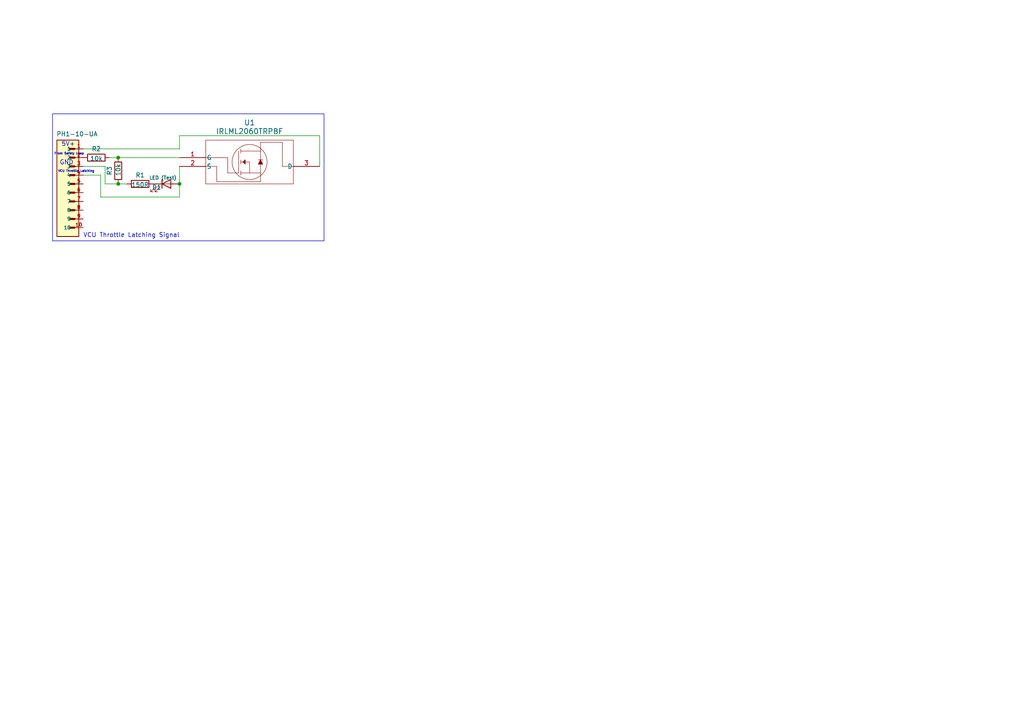
<source format=kicad_sch>
(kicad_sch (version 20231120) (generator "eeschema") (generator_version "8.0")
  (paper "A4")
  (lib_symbols
    (symbol "10 pin output:PH1-10-UA" (pin_names (offset 1.016))
      (property "Reference" "J" (at 0 28.448 0))
      (property "Value" "PH1-10-UA" (at 0 0 0))
      (symbol "PH1-10-UA_0_0"
        (polyline (pts (xy 3.81 2.54) (xy 5.08 2.54)) (stroke (width 0.6096)))
        (polyline (pts (xy 3.81 5.08) (xy 5.08 5.08)) (stroke (width 0.6096)))
        (polyline (pts (xy 3.81 7.62) (xy 5.08 7.62)) (stroke (width 0.6096)))
        (polyline (pts (xy 3.81 10.16) (xy 5.08 10.16)) (stroke (width 0.6096)))
        (polyline (pts (xy 3.81 12.7) (xy 5.08 12.7)) (stroke (width 0.6096)))
        (polyline (pts (xy 3.81 15.24) (xy 5.08 15.24)) (stroke (width 0.6096)))
        (polyline (pts (xy 3.81 17.78) (xy 5.08 17.78)) (stroke (width 0.6096)))
        (polyline (pts (xy 3.81 20.32) (xy 5.08 20.32)) (stroke (width 0.6096)))
        (polyline (pts (xy 3.81 22.86) (xy 5.08 22.86)) (stroke (width 0.6096)))
        (polyline (pts (xy 3.81 25.4) (xy 5.08 25.4)) (stroke (width 0.6096)))
        (rectangle (start 0 0) (end 6.35 27.94) (stroke (width 0.254)) (fill (type background)))
        (pin passive line (at 7.62 25.4 180) (length 2.54) (name "1") (number "1"))
        (pin passive line (at 7.62 2.54 180) (length 2.54) (name "10") (number "10"))
        (pin passive line (at 7.62 22.86 180) (length 2.54) (name "2") (number "2"))
        (pin passive line (at 7.62 20.32 180) (length 2.54) (name "3") (number "3"))
        (pin passive line (at 7.62 17.78 180) (length 2.54) (name "4") (number "4"))
        (pin passive line (at 7.62 15.24 180) (length 2.54) (name "5") (number "5"))
        (pin passive line (at 7.62 12.7 180) (length 2.54) (name "6") (number "6"))
        (pin passive line (at 7.62 10.16 180) (length 2.54) (name "7") (number "7"))
        (pin passive line (at 7.62 7.62 180) (length 2.54) (name "8") (number "8"))
        (pin passive line (at 7.62 5.08 180) (length 2.54) (name "9") (number "9"))
      )
    )
    (symbol "Device:LED" (pin_numbers hide) (pin_names (offset 1.016) hide)
      (property "Reference" "D" (at 0 2.54 0))
      (property "Value" "LED" (at 0 -2.54 0))
      (symbol "LED_0_1"
        (polyline (pts (xy -1.27 -1.27) (xy -1.27 1.27)) (stroke (width 0.254)))
        (polyline (pts (xy -1.27 0) (xy 1.27 0)))
        (polyline (pts (xy 1.27 -1.27) (xy 1.27 1.27) (xy -1.27 0) (xy 1.27 -1.27)) (stroke (width 0.254)))
        (polyline (pts (xy -3.048 -0.762) (xy -4.572 -2.286) (xy -3.81 -2.286) (xy -4.572 -2.286) (xy -4.572 -1.524)))
        (polyline (pts (xy -1.778 -0.762) (xy -3.302 -2.286) (xy -2.54 -2.286) (xy -3.302 -2.286) (xy -3.302 -1.524)))
      )
      (symbol "LED_1_1"
        (pin passive line (at -3.81 0 0) (length 2.54) (name "K") (number "1"))
        (pin passive line (at 3.81 0 180) (length 2.54) (name "A") (number "2"))
      )
    )
    (symbol "Device:R" (pin_numbers hide) (pin_names (offset 0))
      (property "Reference" "R" (at 2.032 0 90))
      (property "Value" "R" (at 0 0 90))
      (symbol "R_0_1"
        (rectangle (start -1.016 -2.54) (end 1.016 2.54) (stroke (width 0.254)))
      )
      (symbol "R_1_1"
        (pin passive line (at 0 3.81 270) (length 1.27) (name "~") (number "1"))
        (pin passive line (at 0 -3.81 90) (length 1.27) (name "~") (number "2"))
      )
    )
    (symbol "NMOS:IRLML2060TRPBF" (pin_names (offset 0.254))
      (property "Reference" "U" (at 20.32 10.16 0))
      (property "Value" "IRLML2060TRPBF" (at 20.32 7.62 0))
      (symbol "IRLML2060TRPBF_0_1"
        (polyline (pts (xy 7.62 -7.62) (xy 33.02 -7.62)) (stroke (width 0.127)))
        (polyline (pts (xy 7.62 -2.54) (xy 10.795 -2.54)) (stroke (width 0.127)))
        (polyline (pts (xy 7.62 5.08) (xy 7.62 -7.62)) (stroke (width 0.127)))
        (polyline (pts (xy 10.795 -6.985) (xy 23.495 -6.985)) (stroke (width 0.127)))
        (polyline (pts (xy 10.795 -2.54) (xy 10.795 -6.985)) (stroke (width 0.127)))
        (polyline (pts (xy 13.97 -4.445) (xy 13.97 0)) (stroke (width 0.127)))
        (polyline (pts (xy 13.97 0) (xy 7.62 0)) (stroke (width 0.127)))
        (polyline (pts (xy 17.145 -4.445) (xy 13.97 -4.445)) (stroke (width 0.127)))
        (polyline (pts (xy 17.145 1.905) (xy 17.145 -4.445)) (stroke (width 0.127)))
        (polyline (pts (xy 17.78 -5.08) (xy 17.78 -3.81)) (stroke (width 0.127)))
        (polyline (pts (xy 17.78 -4.445) (xy 23.495 -4.445)) (stroke (width 0.127)))
        (polyline (pts (xy 17.78 -1.27) (xy 20.32 -1.27)) (stroke (width 0.127)))
        (polyline (pts (xy 17.78 -0.635) (xy 17.78 -1.905)) (stroke (width 0.127)))
        (polyline (pts (xy 17.78 1.905) (xy 23.495 1.905)) (stroke (width 0.127)))
        (polyline (pts (xy 17.78 2.54) (xy 17.78 1.27)) (stroke (width 0.127)))
        (polyline (pts (xy 18.415 -1.27) (xy 19.05 -0.635)) (stroke (width 0.127)))
        (polyline (pts (xy 19.05 -1.905) (xy 18.415 -1.27)) (stroke (width 0.127)))
        (polyline (pts (xy 19.05 -0.635) (xy 19.05 -1.905)) (stroke (width 0.127)))
        (polyline (pts (xy 20.32 -4.445) (xy 20.32 -1.27)) (stroke (width 0.127)))
        (polyline (pts (xy 22.86 -1.905) (xy 23.495 -0.635)) (stroke (width 0.127)))
        (polyline (pts (xy 22.86 -1.905) (xy 24.13 -1.905)) (stroke (width 0.127)))
        (polyline (pts (xy 22.86 -0.635) (xy 24.13 -0.635)) (stroke (width 0.127)))
        (polyline (pts (xy 23.495 -6.985) (xy 23.495 4.445)) (stroke (width 0.127)))
        (polyline (pts (xy 23.495 -0.635) (xy 24.13 -1.905)) (stroke (width 0.127)))
        (polyline (pts (xy 23.495 4.445) (xy 29.845 4.445)) (stroke (width 0.127)))
        (polyline (pts (xy 29.845 -2.54) (xy 33.02 -2.54)) (stroke (width 0.127)))
        (polyline (pts (xy 29.845 4.445) (xy 29.845 -2.54)) (stroke (width 0.127)))
        (polyline (pts (xy 33.02 -7.62) (xy 33.02 5.08)) (stroke (width 0.127)))
        (polyline (pts (xy 33.02 5.08) (xy 7.62 5.08)) (stroke (width 0.127)))
        (polyline (pts (xy 18.415 -1.27) (xy 19.05 -0.635) (xy 19.05 -1.905)) (fill (type outline)))
        (polyline (pts (xy 22.86 -1.905) (xy 23.495 -0.635) (xy 24.13 -1.905)) (fill (type outline)))
        (circle (center 20.32 -1.27) (radius 5.08) (stroke (width 0.127)))
        (pin unspecified line (at 0 0 0) (length 7.62) (name "G") (number "1"))
        (pin unspecified line (at 0 -2.54 0) (length 7.62) (name "S") (number "2"))
        (pin unspecified line (at 40.64 -2.54 180) (length 7.62) (name "D") (number "3"))
      )
    )
  )
  (junction (at 34.29 45.72))
  (junction (at 52.07 53.34))
  (junction (at 34.29 53.34))
  (wire (pts (xy 52.07 43.18) (xy 52.07 39.37)))
  (wire (pts (xy 34.29 53.34) (xy 36.83 53.34)))
  (wire (pts (xy 52.07 48.26) (xy 52.07 53.34)))
  (wire (pts (xy 52.07 57.15) (xy 29.21 57.15)))
  (wire (pts (xy 31.75 45.72) (xy 34.29 45.72)))
  (wire (pts (xy 52.07 43.18) (xy 24.13 43.18)))
  (wire (pts (xy 30.48 53.34) (xy 30.48 48.26)))
  (wire (pts (xy 29.21 50.8) (xy 24.13 50.8)))
  (wire (pts (xy 29.21 57.15) (xy 29.21 50.8)))
  (wire (pts (xy 34.29 53.34) (xy 30.48 53.34)))
  (wire (pts (xy 92.71 39.37) (xy 92.71 48.26)))
  (wire (pts (xy 30.48 48.26) (xy 24.13 48.26)))
  (wire (pts (xy 52.07 39.37) (xy 92.71 39.37)))
  (wire (pts (xy 34.29 45.72) (xy 52.07 45.72)))
  (wire (pts (xy 52.07 53.34) (xy 52.07 57.15)))
  (rectangle (start 15.24 33.02) (end 93.98 69.85))
  (text "5V+\n" (at 19.812 41.91 0) (effects (font (size 1.27 1.27))))
  (text "VCU Throttle Latching\n" (at 22.098 49.784 0) (effects (font (size 0.635 0.635))))
  (text "VCU Throttle Latching Signal\n\n" (at 24.13 71.12 0) (effects (font (size 1.27 1.27)) (justify left bottom)))
  (text "From Safety Loop\n" (at 20.066 44.704 0) (effects (font (size 0.635 0.635))))
  (text "GND\n" (at 19.304 47.244 0) (effects (font (size 1.27 1.27))))
  (symbol (lib_id "Device:R") (at 27.94 45.72 90) (unit 1)
    (property "Reference" "R2" (at 27.94 43.18 90))
    (property "Value" "10k" (at 27.94 45.974 90))
    (property "Footprint" "CF14JT10K0:STA_CF14_STP" (effects (hide yes)))
  )
  (symbol (lib_id "Device:LED") (at 48.26 53.34 0) (unit 1)
    (property "Reference" "D1" (at 45.466 54.356 0))
    (property "Value" "LED (Test)" (at 47.244 51.562 0) (effects (font (size 1 1))))
    (property "Footprint" "LED:LED_AP3216SYD_KNB" (effects (hide yes)))
  )
  (symbol (lib_id "Device:R") (at 40.64 53.34 90) (unit 1)
    (property "Reference" "R1" (at 40.64 50.8 90))
    (property "Value" "150R" (at 40.64 53.594 90))
    (property "Footprint" "CF14JT10K0:STA_CF14_STP" (effects (hide yes)))
  )
  (symbol (lib_id "Device:R") (at 34.29 49.53 180) (unit 1)
    (property "Reference" "R3" (at 31.75 49.53 90))
    (property "Value" "10k" (at 34.29 49.276 90))
    (property "Footprint" "CF14JT10K0:STA_CF14_STP" (effects (hide yes)))
  )
  (symbol (lib_id "10 pin output:PH1-10-UA") (at 16.51 68.58 0) (unit 1)
    (property "Reference" "J1" (effects (hide yes)))
    (property "Value" "PH1-10-UA" (at 22.352 38.862 0))
    (property "Footprint" "PH1-10-UA:1X10-2.54MM-THT" (effects (hide yes)))
    (property "MF" "Adam Tech" (effects (hide yes)))
    (property "Description_1" "\n                        \n                            Connector Header Through Hole 10 position 0.100 (2.54mm)\n                        \n" (effects (hide yes)))
    (property "Package" "None" (effects (hide yes)))
    (property "Price" "None" (effects (hide yes)))
    (property "SnapEDA_Link" "https://www.snapeda.com/parts/PH1-10-UA/Adam+Tech/view-part/?ref=snap" (effects (hide yes)))
    (property "MP" "PH1-10-UA" (effects (hide yes)))
    (property "Availability" "In Stock" (effects (hide yes)))
    (property "Check_prices" "https://www.snapeda.com/parts/PH1-10-UA/Adam+Tech/view-part/?ref=eda" (effects (hide yes)))
  )
  (symbol (lib_id "NMOS:IRLML2060TRPBF") (at 52.07 45.72 0) (unit 1)
    (property "Reference" "U1" (at 72.39 35.56 0) (effects (font (size 1.524 1.524))))
    (property "Value" "IRLML2060TRPBF" (at 72.39 38.1 0) (effects (font (size 1.524 1.524))))
    (property "Footprint" "SOT23_INF" (effects (hide yes)))
    (property "Datasheet" "IRLML2060TRPBF" (effects (hide yes)))
  )
)
</source>
